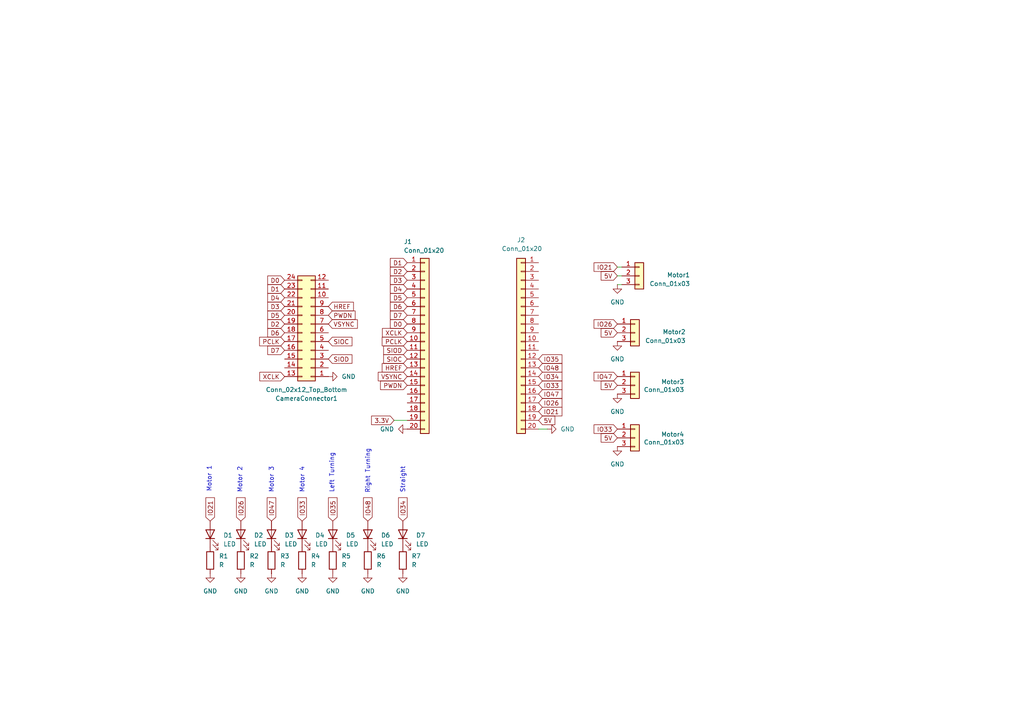
<source format=kicad_sch>
(kicad_sch (version 20231120) (generator "eeschema") (generator_version "8.0")
  (paper "A4")
  (lib_symbols
    (symbol "Connector_Generic:Conn_01x03" (pin_names (offset 1.016) hide)
      (property "Reference" "J" (at 0 5.08 0))
      (property "Value" "Conn_01x03" (at 0 -5.08 0))
      (symbol "Conn_01x03_1_1"
        (rectangle (start -1.27 -2.413) (end 0 -2.667) (stroke (width 0.1524)))
        (rectangle (start -1.27 0.127) (end 0 -0.127) (stroke (width 0.1524)))
        (rectangle (start -1.27 2.667) (end 0 2.413) (stroke (width 0.1524)))
        (rectangle (start -1.27 3.81) (end 1.27 -3.81) (stroke (width 0.254)) (fill (type background)))
        (pin passive line (at -5.08 2.54 0) (length 3.81) (name "Pin_1") (number "1"))
        (pin passive line (at -5.08 0 0) (length 3.81) (name "Pin_2") (number "2"))
        (pin passive line (at -5.08 -2.54 0) (length 3.81) (name "Pin_3") (number "3"))
      )
    )
    (symbol "Connector_Generic:Conn_01x20" (pin_names (offset 1.016) hide)
      (property "Reference" "J" (at 0 25.4 0))
      (property "Value" "Conn_01x20" (at 0 -27.94 0))
      (symbol "Conn_01x20_1_1"
        (rectangle (start -1.27 -25.273) (end 0 -25.527) (stroke (width 0.1524)))
        (rectangle (start -1.27 -22.733) (end 0 -22.987) (stroke (width 0.1524)))
        (rectangle (start -1.27 -20.193) (end 0 -20.447) (stroke (width 0.1524)))
        (rectangle (start -1.27 -17.653) (end 0 -17.907) (stroke (width 0.1524)))
        (rectangle (start -1.27 -15.113) (end 0 -15.367) (stroke (width 0.1524)))
        (rectangle (start -1.27 -12.573) (end 0 -12.827) (stroke (width 0.1524)))
        (rectangle (start -1.27 -10.033) (end 0 -10.287) (stroke (width 0.1524)))
        (rectangle (start -1.27 -7.493) (end 0 -7.747) (stroke (width 0.1524)))
        (rectangle (start -1.27 -4.953) (end 0 -5.207) (stroke (width 0.1524)))
        (rectangle (start -1.27 -2.413) (end 0 -2.667) (stroke (width 0.1524)))
        (rectangle (start -1.27 0.127) (end 0 -0.127) (stroke (width 0.1524)))
        (rectangle (start -1.27 2.667) (end 0 2.413) (stroke (width 0.1524)))
        (rectangle (start -1.27 5.207) (end 0 4.953) (stroke (width 0.1524)))
        (rectangle (start -1.27 7.747) (end 0 7.493) (stroke (width 0.1524)))
        (rectangle (start -1.27 10.287) (end 0 10.033) (stroke (width 0.1524)))
        (rectangle (start -1.27 12.827) (end 0 12.573) (stroke (width 0.1524)))
        (rectangle (start -1.27 15.367) (end 0 15.113) (stroke (width 0.1524)))
        (rectangle (start -1.27 17.907) (end 0 17.653) (stroke (width 0.1524)))
        (rectangle (start -1.27 20.447) (end 0 20.193) (stroke (width 0.1524)))
        (rectangle (start -1.27 22.987) (end 0 22.733) (stroke (width 0.1524)))
        (rectangle (start -1.27 24.13) (end 1.27 -26.67) (stroke (width 0.254)) (fill (type background)))
        (pin passive line (at -5.08 22.86 0) (length 3.81) (name "Pin_1") (number "1"))
        (pin passive line (at -5.08 0 0) (length 3.81) (name "Pin_10") (number "10"))
        (pin passive line (at -5.08 -2.54 0) (length 3.81) (name "Pin_11") (number "11"))
        (pin passive line (at -5.08 -5.08 0) (length 3.81) (name "Pin_12") (number "12"))
        (pin passive line (at -5.08 -7.62 0) (length 3.81) (name "Pin_13") (number "13"))
        (pin passive line (at -5.08 -10.16 0) (length 3.81) (name "Pin_14") (number "14"))
        (pin passive line (at -5.08 -12.7 0) (length 3.81) (name "Pin_15") (number "15"))
        (pin passive line (at -5.08 -15.24 0) (length 3.81) (name "Pin_16") (number "16"))
        (pin passive line (at -5.08 -17.78 0) (length 3.81) (name "Pin_17") (number "17"))
        (pin passive line (at -5.08 -20.32 0) (length 3.81) (name "Pin_18") (number "18"))
        (pin passive line (at -5.08 -22.86 0) (length 3.81) (name "Pin_19") (number "19"))
        (pin passive line (at -5.08 20.32 0) (length 3.81) (name "Pin_2") (number "2"))
        (pin passive line (at -5.08 -25.4 0) (length 3.81) (name "Pin_20") (number "20"))
        (pin passive line (at -5.08 17.78 0) (length 3.81) (name "Pin_3") (number "3"))
        (pin passive line (at -5.08 15.24 0) (length 3.81) (name "Pin_4") (number "4"))
        (pin passive line (at -5.08 12.7 0) (length 3.81) (name "Pin_5") (number "5"))
        (pin passive line (at -5.08 10.16 0) (length 3.81) (name "Pin_6") (number "6"))
        (pin passive line (at -5.08 7.62 0) (length 3.81) (name "Pin_7") (number "7"))
        (pin passive line (at -5.08 5.08 0) (length 3.81) (name "Pin_8") (number "8"))
        (pin passive line (at -5.08 2.54 0) (length 3.81) (name "Pin_9") (number "9"))
      )
    )
    (symbol "Connector_Generic:Conn_02x12_Top_Bottom" (pin_names (offset 1.016) hide)
      (property "Reference" "J" (at 1.27 15.24 0))
      (property "Value" "Conn_02x12_Top_Bottom" (at 1.27 -17.78 0))
      (symbol "Conn_02x12_Top_Bottom_1_1"
        (rectangle (start -1.27 -15.113) (end 0 -15.367) (stroke (width 0.1524)))
        (rectangle (start -1.27 -12.573) (end 0 -12.827) (stroke (width 0.1524)))
        (rectangle (start -1.27 -10.033) (end 0 -10.287) (stroke (width 0.1524)))
        (rectangle (start -1.27 -7.493) (end 0 -7.747) (stroke (width 0.1524)))
        (rectangle (start -1.27 -4.953) (end 0 -5.207) (stroke (width 0.1524)))
        (rectangle (start -1.27 -2.413) (end 0 -2.667) (stroke (width 0.1524)))
        (rectangle (start -1.27 0.127) (end 0 -0.127) (stroke (width 0.1524)))
        (rectangle (start -1.27 2.667) (end 0 2.413) (stroke (width 0.1524)))
        (rectangle (start -1.27 5.207) (end 0 4.953) (stroke (width 0.1524)))
        (rectangle (start -1.27 7.747) (end 0 7.493) (stroke (width 0.1524)))
        (rectangle (start -1.27 10.287) (end 0 10.033) (stroke (width 0.1524)))
        (rectangle (start -1.27 12.827) (end 0 12.573) (stroke (width 0.1524)))
        (rectangle (start -1.27 13.97) (end 3.81 -16.51) (stroke (width 0.254)) (fill (type background)))
        (rectangle (start 3.81 -15.113) (end 2.54 -15.367) (stroke (width 0.1524)))
        (rectangle (start 3.81 -12.573) (end 2.54 -12.827) (stroke (width 0.1524)))
        (rectangle (start 3.81 -10.033) (end 2.54 -10.287) (stroke (width 0.1524)))
        (rectangle (start 3.81 -7.493) (end 2.54 -7.747) (stroke (width 0.1524)))
        (rectangle (start 3.81 -4.953) (end 2.54 -5.207) (stroke (width 0.1524)))
        (rectangle (start 3.81 -2.413) (end 2.54 -2.667) (stroke (width 0.1524)))
        (rectangle (start 3.81 0.127) (end 2.54 -0.127) (stroke (width 0.1524)))
        (rectangle (start 3.81 2.667) (end 2.54 2.413) (stroke (width 0.1524)))
        (rectangle (start 3.81 5.207) (end 2.54 4.953) (stroke (width 0.1524)))
        (rectangle (start 3.81 7.747) (end 2.54 7.493) (stroke (width 0.1524)))
        (rectangle (start 3.81 10.287) (end 2.54 10.033) (stroke (width 0.1524)))
        (rectangle (start 3.81 12.827) (end 2.54 12.573) (stroke (width 0.1524)))
        (pin passive line (at -5.08 12.7 0) (length 3.81) (name "Pin_1") (number "1"))
        (pin passive line (at -5.08 -10.16 0) (length 3.81) (name "Pin_10") (number "10"))
        (pin passive line (at -5.08 -12.7 0) (length 3.81) (name "Pin_11") (number "11"))
        (pin passive line (at -5.08 -15.24 0) (length 3.81) (name "Pin_12") (number "12"))
        (pin passive line (at 7.62 12.7 180) (length 3.81) (name "Pin_13") (number "13"))
        (pin passive line (at 7.62 10.16 180) (length 3.81) (name "Pin_14") (number "14"))
        (pin passive line (at 7.62 7.62 180) (length 3.81) (name "Pin_15") (number "15"))
        (pin passive line (at 7.62 5.08 180) (length 3.81) (name "Pin_16") (number "16"))
        (pin passive line (at 7.62 2.54 180) (length 3.81) (name "Pin_17") (number "17"))
        (pin passive line (at 7.62 0 180) (length 3.81) (name "Pin_18") (number "18"))
        (pin passive line (at 7.62 -2.54 180) (length 3.81) (name "Pin_19") (number "19"))
        (pin passive line (at -5.08 10.16 0) (length 3.81) (name "Pin_2") (number "2"))
        (pin passive line (at 7.62 -5.08 180) (length 3.81) (name "Pin_20") (number "20"))
        (pin passive line (at 7.62 -7.62 180) (length 3.81) (name "Pin_21") (number "21"))
        (pin passive line (at 7.62 -10.16 180) (length 3.81) (name "Pin_22") (number "22"))
        (pin passive line (at 7.62 -12.7 180) (length 3.81) (name "Pin_23") (number "23"))
        (pin passive line (at 7.62 -15.24 180) (length 3.81) (name "Pin_24") (number "24"))
        (pin passive line (at -5.08 7.62 0) (length 3.81) (name "Pin_3") (number "3"))
        (pin passive line (at -5.08 5.08 0) (length 3.81) (name "Pin_4") (number "4"))
        (pin passive line (at -5.08 2.54 0) (length 3.81) (name "Pin_5") (number "5"))
        (pin passive line (at -5.08 0 0) (length 3.81) (name "Pin_6") (number "6"))
        (pin passive line (at -5.08 -2.54 0) (length 3.81) (name "Pin_7") (number "7"))
        (pin passive line (at -5.08 -5.08 0) (length 3.81) (name "Pin_8") (number "8"))
        (pin passive line (at -5.08 -7.62 0) (length 3.81) (name "Pin_9") (number "9"))
      )
    )
    (symbol "Device:LED" (pin_numbers hide) (pin_names (offset 1.016) hide)
      (property "Reference" "D" (at 0 2.54 0))
      (property "Value" "LED" (at 0 -2.54 0))
      (symbol "LED_0_1"
        (polyline (pts (xy -1.27 -1.27) (xy -1.27 1.27)) (stroke (width 0.254)))
        (polyline (pts (xy -1.27 0) (xy 1.27 0)))
        (polyline (pts (xy 1.27 -1.27) (xy 1.27 1.27) (xy -1.27 0) (xy 1.27 -1.27)) (stroke (width 0.254)))
        (polyline (pts (xy -3.048 -0.762) (xy -4.572 -2.286) (xy -3.81 -2.286) (xy -4.572 -2.286) (xy -4.572 -1.524)))
        (polyline (pts (xy -1.778 -0.762) (xy -3.302 -2.286) (xy -2.54 -2.286) (xy -3.302 -2.286) (xy -3.302 -1.524)))
      )
      (symbol "LED_1_1"
        (pin passive line (at -3.81 0 0) (length 2.54) (name "K") (number "1"))
        (pin passive line (at 3.81 0 180) (length 2.54) (name "A") (number "2"))
      )
    )
    (symbol "Device:R" (pin_numbers hide) (pin_names (offset 0))
      (property "Reference" "R" (at 2.032 0 90))
      (property "Value" "R" (at 0 0 90))
      (symbol "R_0_1"
        (rectangle (start -1.016 -2.54) (end 1.016 2.54) (stroke (width 0.254)))
      )
      (symbol "R_1_1"
        (pin passive line (at 0 3.81 270) (length 1.27) (name "~") (number "1"))
        (pin passive line (at 0 -3.81 90) (length 1.27) (name "~") (number "2"))
      )
    )
    (symbol "power:GND" (power) (pin_numbers hide) (pin_names (offset 0) hide)
      (property "Value" "GND" (at 0 -3.81 0))
      (symbol "GND_0_1"
        (polyline (pts (xy 0 0) (xy 0 -1.27) (xy 1.27 -1.27) (xy 0 -2.54) (xy -1.27 -1.27) (xy 0 -1.27)))
      )
      (symbol "GND_1_1"
        (pin power_in line (at 0 0 270) (length 0) (name "~") (number "1"))
      )
    )
  )
  (wire (pts (xy 180.34 77.47) (xy 179.07 77.47)))
  (wire (pts (xy 180.34 82.55) (xy 179.07 82.55)))
  (wire (pts (xy 180.34 80.01) (xy 179.07 80.01)))
  (wire (pts (xy 114.3 121.92) (xy 118.11 121.92)))
  (wire (pts (xy 158.75 124.46) (xy 156.21 124.46)))
  (text "Motor 4" (at 87.63 139.192 90) (effects (font (size 1.27 1.27))))
  (text "Motor 1" (at 60.706 138.938 90) (effects (font (size 1.27 1.27))))
  (text "Straight\n" (at 116.84 139.192 90) (effects (font (size 1.27 1.27))))
  (text "Right Turning\n" (at 106.68 136.652 90) (effects (font (size 1.27 1.27))))
  (text "Motor 3\n" (at 78.74 139.192 90) (effects (font (size 1.27 1.27))))
  (text "Motor 2" (at 69.596 139.192 90) (effects (font (size 1.27 1.27))))
  (text "Left Turning" (at 96.266 137.16 90) (effects (font (size 1.27 1.27))))
  (global_label "5V" (shape input) (at 179.07 127 180) (property "Intersheetrefs" "${INTERSHEET_REFS}" (effects (hide yes))))
  (global_label "PCLK" (shape input) (at 118.11 99.06 180) (property "Intersheetrefs" "${INTERSHEET_REFS}" (effects (hide yes))))
  (global_label "D7" (shape input) (at 118.11 91.44 180) (property "Intersheetrefs" "${INTERSHEET_REFS}" (effects (hide yes))))
  (global_label "5V" (shape input) (at 156.21 121.92 0) (property "Intersheetrefs" "${INTERSHEET_REFS}" (effects (hide yes))))
  (global_label "D4" (shape input) (at 82.55 86.36 180) (property "Intersheetrefs" "${INTERSHEET_REFS}" (effects (hide yes))))
  (global_label "IO34" (shape input) (at 116.84 151.13 90) (property "Intersheetrefs" "${INTERSHEET_REFS}" (effects (hide yes))))
  (global_label "5V" (shape input) (at 179.07 96.52 180) (property "Intersheetrefs" "${INTERSHEET_REFS}" (effects (hide yes))))
  (global_label "IO33" (shape input) (at 179.07 124.46 180) (property "Intersheetrefs" "${INTERSHEET_REFS}" (effects (hide yes))))
  (global_label "D0" (shape input) (at 82.55 81.28 180) (property "Intersheetrefs" "${INTERSHEET_REFS}" (effects (hide yes))))
  (global_label "D6" (shape input) (at 82.55 96.52 180) (property "Intersheetrefs" "${INTERSHEET_REFS}" (effects (hide yes))))
  (global_label "IO26" (shape input) (at 156.21 116.84 0) (property "Intersheetrefs" "${INTERSHEET_REFS}" (effects (hide yes))))
  (global_label "IO21" (shape input) (at 179.07 77.47 180) (property "Intersheetrefs" "${INTERSHEET_REFS}" (effects (hide yes))))
  (global_label "SIOD" (shape input) (at 118.11 101.6 180) (property "Intersheetrefs" "${INTERSHEET_REFS}" (effects (hide yes))))
  (global_label "D6" (shape input) (at 118.11 88.9 180) (property "Intersheetrefs" "${INTERSHEET_REFS}" (effects (hide yes))))
  (global_label "IO48" (shape input) (at 156.21 106.68 0) (property "Intersheetrefs" "${INTERSHEET_REFS}" (effects (hide yes))))
  (global_label "IO35" (shape input) (at 156.21 104.14 0) (property "Intersheetrefs" "${INTERSHEET_REFS}" (effects (hide yes))))
  (global_label "IO47" (shape input) (at 78.74 151.13 90) (property "Intersheetrefs" "${INTERSHEET_REFS}" (effects (hide yes))))
  (global_label "D7" (shape input) (at 82.55 101.6 180) (property "Intersheetrefs" "${INTERSHEET_REFS}" (effects (hide yes))))
  (global_label "IO33" (shape input) (at 87.63 151.13 90) (property "Intersheetrefs" "${INTERSHEET_REFS}" (effects (hide yes))))
  (global_label "D5" (shape input) (at 82.55 91.44 180) (property "Intersheetrefs" "${INTERSHEET_REFS}" (effects (hide yes))))
  (global_label "IO35" (shape input) (at 96.52 151.13 90) (property "Intersheetrefs" "${INTERSHEET_REFS}" (effects (hide yes))))
  (global_label "D0" (shape input) (at 118.11 93.98 180) (property "Intersheetrefs" "${INTERSHEET_REFS}" (effects (hide yes))))
  (global_label "5V" (shape input) (at 179.07 80.01 180) (property "Intersheetrefs" "${INTERSHEET_REFS}" (effects (hide yes))))
  (global_label "IO33" (shape input) (at 156.21 111.76 0) (property "Intersheetrefs" "${INTERSHEET_REFS}" (effects (hide yes))))
  (global_label "HREF" (shape input) (at 95.25 88.9 0) (property "Intersheetrefs" "${INTERSHEET_REFS}" (effects (hide yes))))
  (global_label "D1" (shape input) (at 82.55 83.82 180) (property "Intersheetrefs" "${INTERSHEET_REFS}" (effects (hide yes))))
  (global_label "D4" (shape input) (at 118.11 83.82 180) (property "Intersheetrefs" "${INTERSHEET_REFS}" (effects (hide yes))))
  (global_label "3.3V" (shape input) (at 114.3 121.92 180) (property "Intersheetrefs" "${INTERSHEET_REFS}" (effects (hide yes))))
  (global_label "D3" (shape input) (at 118.11 81.28 180) (property "Intersheetrefs" "${INTERSHEET_REFS}" (effects (hide yes))))
  (global_label "D2" (shape input) (at 82.55 93.98 180) (property "Intersheetrefs" "${INTERSHEET_REFS}" (effects (hide yes))))
  (global_label "IO34" (shape input) (at 156.21 109.22 0) (property "Intersheetrefs" "${INTERSHEET_REFS}" (effects (hide yes))))
  (global_label "D3" (shape input) (at 82.55 88.9 180) (property "Intersheetrefs" "${INTERSHEET_REFS}" (effects (hide yes))))
  (global_label "SIOD" (shape input) (at 95.25 104.14 0) (property "Intersheetrefs" "${INTERSHEET_REFS}" (effects (hide yes))))
  (global_label "5V" (shape input) (at 179.07 111.76 180) (property "Intersheetrefs" "${INTERSHEET_REFS}" (effects (hide yes))))
  (global_label "XCLK" (shape input) (at 82.55 109.22 180) (property "Intersheetrefs" "${INTERSHEET_REFS}" (effects (hide yes))))
  (global_label "SIOC" (shape input) (at 118.11 104.14 180) (property "Intersheetrefs" "${INTERSHEET_REFS}" (effects (hide yes))))
  (global_label "IO26" (shape input) (at 69.85 151.13 90) (property "Intersheetrefs" "${INTERSHEET_REFS}" (effects (hide yes))))
  (global_label "XCLK" (shape input) (at 118.11 96.52 180) (property "Intersheetrefs" "${INTERSHEET_REFS}" (effects (hide yes))))
  (global_label "VSYNC" (shape input) (at 95.25 93.98 0) (property "Intersheetrefs" "${INTERSHEET_REFS}" (effects (hide yes))))
  (global_label "IO48" (shape input) (at 106.68 151.13 90) (property "Intersheetrefs" "${INTERSHEET_REFS}" (effects (hide yes))))
  (global_label "PCLK" (shape input) (at 82.55 99.06 180) (property "Intersheetrefs" "${INTERSHEET_REFS}" (effects (hide yes))))
  (global_label "IO21" (shape input) (at 60.96 151.13 90) (property "Intersheetrefs" "${INTERSHEET_REFS}" (effects (hide yes))))
  (global_label "D5" (shape input) (at 118.11 86.36 180) (property "Intersheetrefs" "${INTERSHEET_REFS}" (effects (hide yes))))
  (global_label "VSYNC" (shape input) (at 118.11 109.22 180) (property "Intersheetrefs" "${INTERSHEET_REFS}" (effects (hide yes))))
  (global_label "SIOC" (shape input) (at 95.25 99.06 0) (property "Intersheetrefs" "${INTERSHEET_REFS}" (effects (hide yes))))
  (global_label "PWDN" (shape input) (at 118.11 111.76 180) (property "Intersheetrefs" "${INTERSHEET_REFS}" (effects (hide yes))))
  (global_label "IO47" (shape input) (at 156.21 114.3 0) (property "Intersheetrefs" "${INTERSHEET_REFS}" (effects (hide yes))))
  (global_label "D2" (shape input) (at 118.11 78.74 180) (property "Intersheetrefs" "${INTERSHEET_REFS}" (effects (hide yes))))
  (global_label "IO21" (shape input) (at 156.21 119.38 0) (property "Intersheetrefs" "${INTERSHEET_REFS}" (effects (hide yes))))
  (global_label "PWDN" (shape input) (at 95.25 91.44 0) (property "Intersheetrefs" "${INTERSHEET_REFS}" (effects (hide yes))))
  (global_label "D1" (shape input) (at 118.11 76.2 180) (property "Intersheetrefs" "${INTERSHEET_REFS}" (effects (hide yes))))
  (global_label "IO26" (shape input) (at 179.07 93.98 180) (property "Intersheetrefs" "${INTERSHEET_REFS}" (effects (hide yes))))
  (global_label "HREF" (shape input) (at 118.11 106.68 180) (property "Intersheetrefs" "${INTERSHEET_REFS}" (effects (hide yes))))
  (global_label "IO47" (shape input) (at 179.07 109.22 180) (property "Intersheetrefs" "${INTERSHEET_REFS}" (effects (hide yes))))
  (symbol (lib_id "power:GND") (at 179.07 114.3 0) (unit 1)
    (property "Reference" "#PWR04" (effects (hide yes)))
    (property "Value" "GND" (at 179.07 119.38 0))
    (property "Description" "Power symbol creates a global label with name \"GND\" , ground" (effects (hide yes)))
  )
  (symbol (lib_id "Device:LED") (at 69.85 154.94 90) (unit 1)
    (property "Reference" "D2" (at 73.66 155.2574 90) (effects (justify right)))
    (property "Value" "LED" (at 73.66 157.7974 90) (effects (justify right)))
    (property "Footprint" "LED_SMD:LED_2512_6332Metric" (effects (hide yes)))
    (property "Description" "Light emitting diode" (effects (hide yes)))
  )
  (symbol (lib_id "Device:R") (at 116.84 162.56 0) (unit 1)
    (property "Reference" "R7" (at 119.38 161.2899 0) (effects (justify left)))
    (property "Value" "R" (at 119.38 163.8299 0) (effects (justify left)))
    (property "Footprint" "Resistor_SMD:R_1206_3216Metric_Pad1.30x1.75mm_HandSolder" (effects (hide yes)))
    (property "Description" "Resistor" (effects (hide yes)))
  )
  (symbol (lib_id "power:GND") (at 96.52 166.37 0) (unit 1)
    (property "Reference" "#PWR012" (effects (hide yes)))
    (property "Value" "GND" (at 96.52 171.45 0))
    (property "Description" "Power symbol creates a global label with name \"GND\" , ground" (effects (hide yes)))
  )
  (symbol (lib_id "Device:R") (at 106.68 162.56 0) (unit 1)
    (property "Reference" "R6" (at 109.22 161.2899 0) (effects (justify left)))
    (property "Value" "R" (at 109.22 163.8299 0) (effects (justify left)))
    (property "Footprint" "Resistor_SMD:R_1206_3216Metric_Pad1.30x1.75mm_HandSolder" (effects (hide yes)))
    (property "Description" "Resistor" (effects (hide yes)))
  )
  (symbol (lib_id "Connector_Generic:Conn_02x12_Top_Bottom") (at 90.17 96.52 180) (unit 1)
    (property "Reference" "CameraConnector1" (at 88.9 115.57 0))
    (property "Value" "Conn_02x12_Top_Bottom" (at 88.9 113.03 0))
    (property "Footprint" "Connector_IDC:IDC-Header_2x12_P2.54mm_Vertical" (effects (hide yes)))
    (property "Description" "Generic connector, double row, 02x12, top/bottom pin numbering scheme (row 1: 1...pins_per_row, row2: pins_per_row+1 ... num_pins), script generated (kicad-library-utils/schlib/autogen/connector/)" (effects (hide yes)))
  )
  (symbol (lib_id "Device:LED") (at 87.63 154.94 90) (unit 1)
    (property "Reference" "D4" (at 91.44 155.2574 90) (effects (justify right)))
    (property "Value" "LED" (at 91.44 157.7974 90) (effects (justify right)))
    (property "Footprint" "LED_SMD:LED_2512_6332Metric" (effects (hide yes)))
    (property "Description" "Light emitting diode" (effects (hide yes)))
  )
  (symbol (lib_id "Device:LED") (at 96.52 154.94 90) (unit 1)
    (property "Reference" "D5" (at 100.33 155.2574 90) (effects (justify right)))
    (property "Value" "LED" (at 100.33 157.7974 90) (effects (justify right)))
    (property "Footprint" "LED_SMD:LED_2512_6332Metric" (effects (hide yes)))
    (property "Description" "Light emitting diode" (effects (hide yes)))
  )
  (symbol (lib_id "Connector_Generic:Conn_01x03") (at 184.15 111.76 0) (unit 1)
    (property "Reference" "Motor3" (at 191.77 110.744 0) (effects (justify left)))
    (property "Value" "Conn_01x03" (at 186.69 113.0299 0) (effects (justify left)))
    (property "Footprint" "Connector_JST:JST_EH_B3B-EH-A_1x03_P2.50mm_Vertical" (effects (hide yes)))
    (property "Description" "Generic connector, single row, 01x03, script generated (kicad-library-utils/schlib/autogen/connector/)" (effects (hide yes)))
  )
  (symbol (lib_id "power:GND") (at 179.07 99.06 0) (unit 1)
    (property "Reference" "#PWR05" (effects (hide yes)))
    (property "Value" "GND" (at 179.07 104.14 0))
    (property "Description" "Power symbol creates a global label with name \"GND\" , ground" (effects (hide yes)))
  )
  (symbol (lib_id "power:GND") (at 60.96 166.37 0) (unit 1)
    (property "Reference" "#PWR08" (effects (hide yes)))
    (property "Value" "GND" (at 60.96 171.45 0))
    (property "Description" "Power symbol creates a global label with name \"GND\" , ground" (effects (hide yes)))
  )
  (symbol (lib_id "Device:LED") (at 78.74 154.94 90) (unit 1)
    (property "Reference" "D3" (at 82.55 155.2574 90) (effects (justify right)))
    (property "Value" "LED" (at 82.55 157.7974 90) (effects (justify right)))
    (property "Footprint" "LED_SMD:LED_2512_6332Metric" (effects (hide yes)))
    (property "Description" "Light emitting diode" (effects (hide yes)))
  )
  (symbol (lib_id "Device:R") (at 69.85 162.56 0) (unit 1)
    (property "Reference" "R2" (at 72.39 161.2899 0) (effects (justify left)))
    (property "Value" "R" (at 72.39 163.8299 0) (effects (justify left)))
    (property "Footprint" "Resistor_SMD:R_1206_3216Metric_Pad1.30x1.75mm_HandSolder" (effects (hide yes)))
    (property "Description" "Resistor" (effects (hide yes)))
  )
  (symbol (lib_id "Connector_Generic:Conn_01x20") (at 151.13 99.06 0) (mirror y) (unit 1)
    (property "Reference" "J2" (at 151.13 69.596 0))
    (property "Value" "Conn_01x20" (at 151.384 72.136 0))
    (property "Footprint" "Connector_PinHeader_2.54mm:PinHeader_1x20_P2.54mm_Vertical" (effects (hide yes)))
    (property "Description" "Generic connector, single row, 01x20, script generated (kicad-library-utils/schlib/autogen/connector/)" (effects (hide yes)))
  )
  (symbol (lib_id "power:GND") (at 69.85 166.37 0) (unit 1)
    (property "Reference" "#PWR09" (effects (hide yes)))
    (property "Value" "GND" (at 69.85 171.45 0))
    (property "Description" "Power symbol creates a global label with name \"GND\" , ground" (effects (hide yes)))
  )
  (symbol (lib_id "power:GND") (at 179.07 82.55 0) (unit 1)
    (property "Reference" "#PWR06" (effects (hide yes)))
    (property "Value" "GND" (at 179.07 87.63 0))
    (property "Description" "Power symbol creates a global label with name \"GND\" , ground" (effects (hide yes)))
  )
  (symbol (lib_id "power:GND") (at 116.84 166.37 0) (unit 1)
    (property "Reference" "#PWR014" (effects (hide yes)))
    (property "Value" "GND" (at 116.84 171.45 0))
    (property "Description" "Power symbol creates a global label with name \"GND\" , ground" (effects (hide yes)))
  )
  (symbol (lib_id "Device:R") (at 96.52 162.56 0) (unit 1)
    (property "Reference" "R5" (at 99.06 161.2899 0) (effects (justify left)))
    (property "Value" "R" (at 99.06 163.8299 0) (effects (justify left)))
    (property "Footprint" "Resistor_SMD:R_1206_3216Metric_Pad1.30x1.75mm_HandSolder" (effects (hide yes)))
    (property "Description" "Resistor" (effects (hide yes)))
  )
  (symbol (lib_id "Connector_Generic:Conn_01x03") (at 184.15 127 0) (unit 1)
    (property "Reference" "Motor4" (at 191.77 125.984 0) (effects (justify left)))
    (property "Value" "Conn_01x03" (at 186.69 128.2699 0) (effects (justify left)))
    (property "Footprint" "Connector_JST:JST_EH_B3B-EH-A_1x03_P2.50mm_Vertical" (effects (hide yes)))
    (property "Description" "Generic connector, single row, 01x03, script generated (kicad-library-utils/schlib/autogen/connector/)" (effects (hide yes)))
  )
  (symbol (lib_id "power:GND") (at 95.25 109.22 90) (unit 1)
    (property "Reference" "#PWR07" (effects (hide yes)))
    (property "Value" "GND" (at 99.06 109.2201 90) (effects (justify right)))
    (property "Description" "Power symbol creates a global label with name \"GND\" , ground" (effects (hide yes)))
  )
  (symbol (lib_id "power:GND") (at 78.74 166.37 0) (unit 1)
    (property "Reference" "#PWR010" (effects (hide yes)))
    (property "Value" "GND" (at 78.74 171.45 0))
    (property "Description" "Power symbol creates a global label with name \"GND\" , ground" (effects (hide yes)))
  )
  (symbol (lib_id "Connector_Generic:Conn_01x03") (at 184.15 96.52 0) (unit 1)
    (property "Reference" "Motor2" (at 198.882 96.266 0) (effects (justify right)))
    (property "Value" "Conn_01x03" (at 198.882 98.806 0) (effects (justify right)))
    (property "Footprint" "Connector_JST:JST_EH_B3B-EH-A_1x03_P2.50mm_Vertical" (effects (hide yes)))
    (property "Description" "Generic connector, single row, 01x03, script generated (kicad-library-utils/schlib/autogen/connector/)" (effects (hide yes)))
  )
  (symbol (lib_id "power:GND") (at 179.07 129.54 0) (unit 1)
    (property "Reference" "#PWR03" (effects (hide yes)))
    (property "Value" "GND" (at 179.07 134.62 0))
    (property "Description" "Power symbol creates a global label with name \"GND\" , ground" (effects (hide yes)))
  )
  (symbol (lib_id "power:GND") (at 87.63 166.37 0) (unit 1)
    (property "Reference" "#PWR011" (effects (hide yes)))
    (property "Value" "GND" (at 87.63 171.45 0))
    (property "Description" "Power symbol creates a global label with name \"GND\" , ground" (effects (hide yes)))
  )
  (symbol (lib_id "Device:LED") (at 116.84 154.94 90) (unit 1)
    (property "Reference" "D7" (at 120.65 155.2574 90) (effects (justify right)))
    (property "Value" "LED" (at 120.65 157.7974 90) (effects (justify right)))
    (property "Footprint" "LED_SMD:LED_2512_6332Metric" (effects (hide yes)))
    (property "Description" "Light emitting diode" (effects (hide yes)))
  )
  (symbol (lib_id "Connector_Generic:Conn_01x20") (at 123.19 99.06 0) (unit 1)
    (property "Reference" "J1" (at 117.094 70.104 0) (effects (justify left)))
    (property "Value" "Conn_01x20" (at 117.094 72.644 0) (effects (justify left)))
    (property "Footprint" "Connector_PinHeader_2.54mm:PinHeader_1x20_P2.54mm_Vertical" (effects (hide yes)))
    (property "Description" "Generic connector, single row, 01x20, script generated (kicad-library-utils/schlib/autogen/connector/)" (effects (hide yes)))
  )
  (symbol (lib_id "Connector_Generic:Conn_01x03") (at 185.42 80.01 0) (unit 1)
    (property "Reference" "Motor1" (at 200.152 79.756 0) (effects (justify right)))
    (property "Value" "Conn_01x03" (at 200.152 82.296 0) (effects (justify right)))
    (property "Footprint" "Connector_JST:JST_EH_B3B-EH-A_1x03_P2.50mm_Vertical" (effects (hide yes)))
    (property "Description" "Generic connector, single row, 01x03, script generated (kicad-library-utils/schlib/autogen/connector/)" (effects (hide yes)))
  )
  (symbol (lib_id "Device:R") (at 78.74 162.56 0) (unit 1)
    (property "Reference" "R3" (at 81.28 161.2899 0) (effects (justify left)))
    (property "Value" "R" (at 81.28 163.8299 0) (effects (justify left)))
    (property "Footprint" "Resistor_SMD:R_1206_3216Metric_Pad1.30x1.75mm_HandSolder" (effects (hide yes)))
    (property "Description" "Resistor" (effects (hide yes)))
  )
  (symbol (lib_id "power:GND") (at 106.68 166.37 0) (unit 1)
    (property "Reference" "#PWR013" (effects (hide yes)))
    (property "Value" "GND" (at 106.68 171.45 0))
    (property "Description" "Power symbol creates a global label with name \"GND\" , ground" (effects (hide yes)))
  )
  (symbol (lib_id "Device:LED") (at 60.96 154.94 90) (unit 1)
    (property "Reference" "D1" (at 64.77 155.2574 90) (effects (justify right)))
    (property "Value" "LED" (at 64.77 157.7974 90) (effects (justify right)))
    (property "Footprint" "LED_SMD:LED_2512_6332Metric" (effects (hide yes)))
    (property "Description" "Light emitting diode" (effects (hide yes)))
  )
  (symbol (lib_id "Device:R") (at 87.63 162.56 0) (unit 1)
    (property "Reference" "R4" (at 90.17 161.2899 0) (effects (justify left)))
    (property "Value" "R" (at 90.17 163.8299 0) (effects (justify left)))
    (property "Footprint" "Resistor_SMD:R_1206_3216Metric_Pad1.30x1.75mm_HandSolder" (effects (hide yes)))
    (property "Description" "Resistor" (effects (hide yes)))
  )
  (symbol (lib_id "Device:LED") (at 106.68 154.94 90) (unit 1)
    (property "Reference" "D6" (at 110.49 155.2574 90) (effects (justify right)))
    (property "Value" "LED" (at 110.49 157.7974 90) (effects (justify right)))
    (property "Footprint" "LED_SMD:LED_2512_6332Metric" (effects (hide yes)))
    (property "Description" "Light emitting diode" (effects (hide yes)))
  )
  (symbol (lib_id "power:GND") (at 158.75 124.46 90) (unit 1)
    (property "Reference" "#PWR01" (effects (hide yes)))
    (property "Value" "GND" (at 162.56 124.4599 90) (effects (justify right)))
    (property "Description" "Power symbol creates a global label with name \"GND\" , ground" (effects (hide yes)))
  )
  (symbol (lib_id "power:GND") (at 118.11 124.46 270) (unit 1)
    (property "Reference" "#PWR02" (effects (hide yes)))
    (property "Value" "GND" (at 114.3 124.4599 90) (effects (justify right)))
    (property "Description" "Power symbol creates a global label with name \"GND\" , ground" (effects (hide yes)))
  )
  (symbol (lib_id "Device:R") (at 60.96 162.56 0) (unit 1)
    (property "Reference" "R1" (at 63.5 161.2899 0) (effects (justify left)))
    (property "Value" "R" (at 63.5 163.8299 0) (effects (justify left)))
    (property "Footprint" "Resistor_SMD:R_1206_3216Metric_Pad1.30x1.75mm_HandSolder" (effects (hide yes)))
    (property "Description" "Resistor" (effects (hide yes)))
  )
)
</source>
